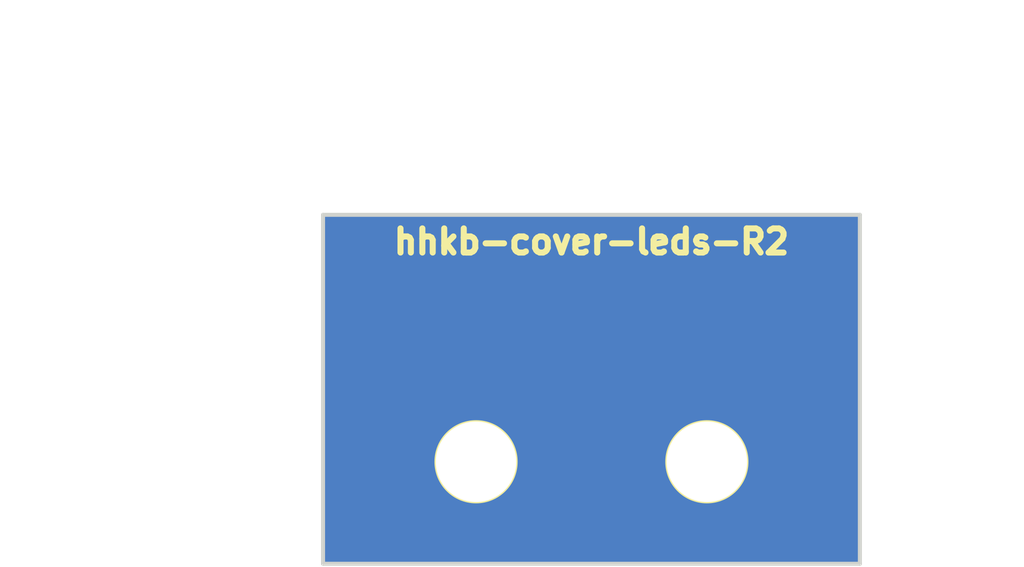
<source format=kicad_pcb>
(kicad_pcb (version 4) (host pcbnew 4.0.1-stable)

  (general
    (links 2)
    (no_connects 0)
    (area 149.924999 99.924999 170.075001 113.075001)
    (thickness 1.6)
    (drawings 19)
    (tracks 0)
    (zones 0)
    (modules 3)
    (nets 2)
  )

  (page A4)
  (title_block
    (rev 2)
  )

  (layers
    (0 F.Cu signal)
    (31 B.Cu signal)
    (32 B.Adhes user)
    (33 F.Adhes user)
    (34 B.Paste user)
    (35 F.Paste user)
    (36 B.SilkS user)
    (37 F.SilkS user)
    (38 B.Mask user)
    (39 F.Mask user)
    (40 Dwgs.User user)
    (41 Cmts.User user)
    (42 Eco1.User user)
    (43 Eco2.User user)
    (44 Edge.Cuts user)
    (45 Margin user)
    (46 B.CrtYd user)
    (47 F.CrtYd user)
    (48 B.Fab user)
    (49 F.Fab user)
  )

  (setup
    (last_trace_width 0.25)
    (trace_clearance 0.2)
    (zone_clearance 0)
    (zone_45_only no)
    (trace_min 0.2)
    (segment_width 0.2)
    (edge_width 0.15)
    (via_size 0.6)
    (via_drill 0.4)
    (via_min_size 0.4)
    (via_min_drill 0.3)
    (uvia_size 0.3)
    (uvia_drill 0.1)
    (uvias_allowed no)
    (uvia_min_size 0.2)
    (uvia_min_drill 0.1)
    (pcb_text_width 0.3)
    (pcb_text_size 1.5 1.5)
    (mod_edge_width 0.15)
    (mod_text_size 1 1)
    (mod_text_width 0.15)
    (pad_size 3.5 3.5)
    (pad_drill 3)
    (pad_to_mask_clearance 0.2)
    (aux_axis_origin 0 0)
    (visible_elements 7FFFFFFF)
    (pcbplotparams
      (layerselection 0x010f0_80000001)
      (usegerberextensions false)
      (excludeedgelayer true)
      (linewidth 0.100000)
      (plotframeref false)
      (viasonmask false)
      (mode 1)
      (useauxorigin true)
      (hpglpennumber 1)
      (hpglpenspeed 20)
      (hpglpendiameter 15)
      (hpglpenoverlay 2)
      (psnegative false)
      (psa4output false)
      (plotreference true)
      (plotvalue true)
      (plotinvisibletext false)
      (padsonsilk false)
      (subtractmaskfromsilk false)
      (outputformat 1)
      (mirror false)
      (drillshape 0)
      (scaleselection 1)
      (outputdirectory plot/))
  )

  (net 0 "")
  (net 1 GND)

  (net_class Default "This is the default net class."
    (clearance 0.2)
    (trace_width 0.25)
    (via_dia 0.6)
    (via_drill 0.4)
    (uvia_dia 0.3)
    (uvia_drill 0.1)
    (add_net GND)
  )

  (module ledhole-plated (layer F.Cu) (tedit 575892D2) (tstamp 575586C1)
    (at 164.3 109.2)
    (descr "module 1 pin (ou trou mecanique de percage)")
    (tags DEV)
    (path /575583FB)
    (fp_text reference P2 (at 0 3) (layer F.SilkS) hide
      (effects (font (size 1 1) (thickness 0.15)))
    )
    (fp_text value BAT (at 0 -2.65) (layer F.Fab)
      (effects (font (size 1 1) (thickness 0.15)))
    )
    (pad 1 thru_hole circle (at 0 0) (size 3.1 3.1) (drill 3) (layers *.Cu F.SilkS F.Mask)
      (net 1 GND) (zone_connect 2))
  )

  (module 20x13smd (layer B.Cu) (tedit 57588015) (tstamp 57587FF1)
    (at 160 106.5)
    (path /57587EFC)
    (fp_text reference P3 (at 0.05 -3.7) (layer B.SilkS) hide
      (effects (font (size 1 1) (thickness 0.15)) (justify mirror))
    )
    (fp_text value 20x13smd (at 0 4.7) (layer B.Fab)
      (effects (font (size 1 1) (thickness 0.15)) (justify mirror))
    )
    (pad 1 smd rect (at 0 0) (size 20 13) (layers B.Cu B.Mask)
      (net 1 GND))
  )

  (module hhkb-covers:ledhole-plated (layer F.Cu) (tedit 575892D2) (tstamp 575586BC)
    (at 155.7 109.2)
    (descr "module 1 pin (ou trou mecanique de percage)")
    (tags DEV)
    (path /5755836F)
    (fp_text reference P1 (at 0 3) (layer F.SilkS) hide
      (effects (font (size 1 1) (thickness 0.15)))
    )
    (fp_text value BT (at 0 -2.65) (layer F.Fab)
      (effects (font (size 1 1) (thickness 0.15)))
    )
    (pad 1 thru_hole circle (at 0 0) (size 3.1 3.1) (drill 3) (layers *.Cu F.SilkS F.Mask)
      (net 1 GND) (zone_connect 2))
  )

  (gr_line (start 166 104.7) (end 167.5 106.2) (angle 90) (layer Dwgs.User) (width 0.2))
  (gr_line (start 166 112.3) (end 167.5 110.8) (angle 90) (layer Dwgs.User) (width 0.2))
  (gr_line (start 154 112.3) (end 152.5 110.8) (angle 90) (layer Dwgs.User) (width 0.2))
  (gr_line (start 154 104.7) (end 152.5 106.2) (angle 90) (layer Dwgs.User) (width 0.2))
  (gr_line (start 167.5 106.2) (end 167.5 110.8) (angle 90) (layer Dwgs.User) (width 0.2))
  (gr_line (start 152.5 106.2) (end 152.5 110.8) (angle 90) (layer Dwgs.User) (width 0.2))
  (gr_line (start 154 112.3) (end 166 112.3) (angle 90) (layer Dwgs.User) (width 0.2))
  (gr_line (start 154 104.7) (end 166 104.7) (angle 90) (layer Dwgs.User) (width 0.2))
  (gr_text hhkb-cover-leds-R2 (at 160 101) (layer F.SilkS)
    (effects (font (size 0.9 0.9) (thickness 0.225)))
  )
  (dimension 3.8 (width 0.3) (layer Dwgs.User)
    (gr_text "3.800 mm" (at 176.4 111.1 270) (layer Dwgs.User)
      (effects (font (size 1.5 1.5) (thickness 0.3)))
    )
    (feature1 (pts (xy 155.7 113) (xy 174.8 113)))
    (feature2 (pts (xy 155.7 109.2) (xy 174.8 109.2)))
    (crossbar (pts (xy 172.1 109.2) (xy 172.1 113)))
    (arrow1a (pts (xy 172.1 113) (xy 171.513579 111.873496)))
    (arrow1b (pts (xy 172.1 113) (xy 172.686421 111.873496)))
    (arrow2a (pts (xy 172.1 109.2) (xy 171.513579 110.326504)))
    (arrow2b (pts (xy 172.1 109.2) (xy 172.686421 110.326504)))
  )
  (dimension 8.6 (width 0.3) (layer Dwgs.User)
    (gr_text "8.600 mm" (at 160 103.35) (layer Dwgs.User) (tstamp 5755B1BC)
      (effects (font (size 1.5 1.5) (thickness 0.3)))
    )
    (feature1 (pts (xy 164.3 109.2) (xy 164.3 102)))
    (feature2 (pts (xy 155.7 109.2) (xy 155.7 102)))
    (crossbar (pts (xy 155.7 104.7) (xy 164.3 104.7)))
    (arrow1a (pts (xy 164.3 104.7) (xy 163.173496 105.286421)))
    (arrow1b (pts (xy 164.3 104.7) (xy 163.173496 104.113579)))
    (arrow2a (pts (xy 155.7 104.7) (xy 156.826504 105.286421)))
    (arrow2b (pts (xy 155.7 104.7) (xy 156.826504 104.113579)))
  )
  (gr_text Charge (at 164.2 106.4) (layer F.Mask)
    (effects (font (size 1 1) (thickness 0.25)))
  )
  (gr_text BT (at 155.7 106.4) (layer F.Mask)
    (effects (font (size 1 1) (thickness 0.25)))
  )
  (dimension 13 (width 0.3) (layer Dwgs.User)
    (gr_text "13.000 mm" (at 140.75 106.5 90) (layer Dwgs.User)
      (effects (font (size 1.5 1.5) (thickness 0.3)))
    )
    (feature1 (pts (xy 150 100) (xy 142.9 100)))
    (feature2 (pts (xy 150 113) (xy 142.9 113)))
    (crossbar (pts (xy 145.6 113) (xy 145.6 100)))
    (arrow1a (pts (xy 145.6 100) (xy 146.186421 101.126504)))
    (arrow1b (pts (xy 145.6 100) (xy 145.013579 101.126504)))
    (arrow2a (pts (xy 145.6 113) (xy 146.186421 111.873496)))
    (arrow2b (pts (xy 145.6 113) (xy 145.013579 111.873496)))
  )
  (dimension 20 (width 0.3) (layer Dwgs.User)
    (gr_text "20.000 mm" (at 160 93.85) (layer Dwgs.User)
      (effects (font (size 1.5 1.5) (thickness 0.3)))
    )
    (feature1 (pts (xy 170 100) (xy 170 92.5)))
    (feature2 (pts (xy 150 100) (xy 150 92.5)))
    (crossbar (pts (xy 150 95.2) (xy 170 95.2)))
    (arrow1a (pts (xy 170 95.2) (xy 168.873496 95.786421)))
    (arrow1b (pts (xy 170 95.2) (xy 168.873496 94.613579)))
    (arrow2a (pts (xy 150 95.2) (xy 151.126504 95.786421)))
    (arrow2b (pts (xy 150 95.2) (xy 151.126504 94.613579)))
  )
  (gr_line (start 170 100) (end 150 100) (angle 90) (layer Edge.Cuts) (width 0.15))
  (gr_line (start 170 113) (end 170 100) (angle 90) (layer Edge.Cuts) (width 0.15))
  (gr_line (start 150 113) (end 170 113) (angle 90) (layer Edge.Cuts) (width 0.15))
  (gr_line (start 150 100) (end 150 113) (angle 90) (layer Edge.Cuts) (width 0.15))

  (zone (net 1) (net_name GND) (layer F.Cu) (tstamp 57558523) (hatch edge 0.508)
    (connect_pads (clearance 0))
    (min_thickness 0.254)
    (fill yes (arc_segments 16) (thermal_gap 0.508) (thermal_bridge_width 0.508))
    (polygon
      (pts
        (xy 170 113) (xy 150 113) (xy 150 100) (xy 170 100) (xy 170 113)
      )
    )
    (filled_polygon
      (pts
        (xy 169.798 112.798) (xy 150.202 112.798) (xy 150.202 100.202) (xy 169.798 100.202)
      )
    )
  )
  (zone (net 1) (net_name GND) (layer B.Cu) (tstamp 57558523) (hatch edge 0.508)
    (connect_pads yes (clearance 0))
    (min_thickness 0.254)
    (fill yes (arc_segments 16) (thermal_gap 0.508) (thermal_bridge_width 0.508))
    (polygon
      (pts
        (xy 170 113) (xy 150 113) (xy 150 100) (xy 170 100) (xy 170 113)
      )
    )
    (filled_polygon
      (pts
        (xy 169.798 112.798) (xy 150.202 112.798) (xy 150.202 100.202) (xy 169.798 100.202)
      )
    )
  )
)

</source>
